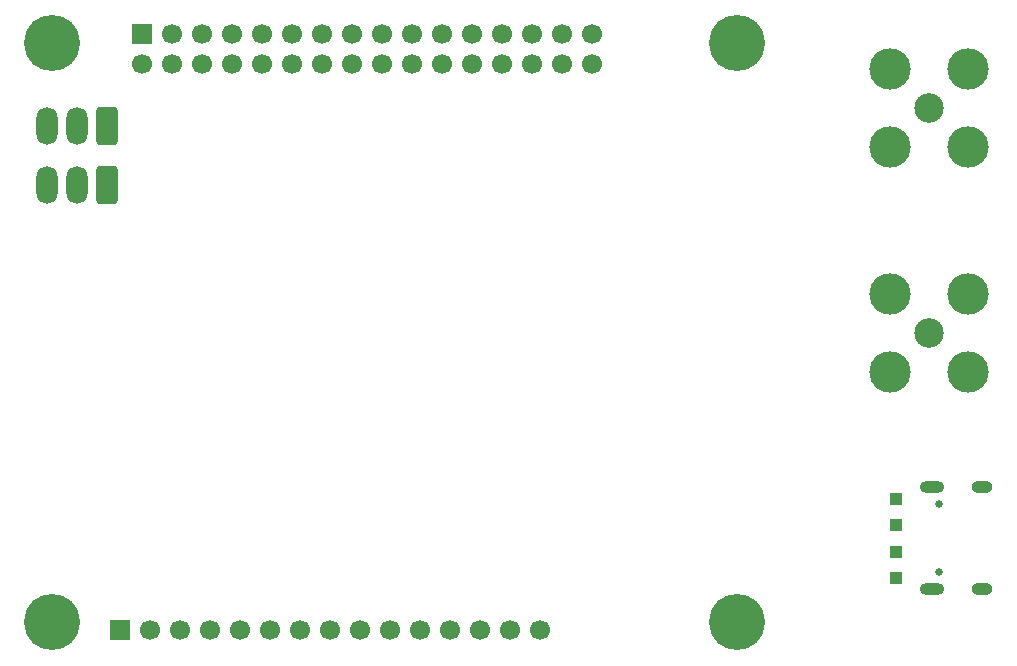
<source format=gbr>
%TF.GenerationSoftware,KiCad,Pcbnew,9.0.3*%
%TF.CreationDate,2025-10-02T12:34:45+05:30*%
%TF.ProjectId,pslab-mini,70736c61-622d-46d6-996e-692e6b696361,0.0.0*%
%TF.SameCoordinates,Original*%
%TF.FileFunction,Soldermask,Bot*%
%TF.FilePolarity,Negative*%
%FSLAX46Y46*%
G04 Gerber Fmt 4.6, Leading zero omitted, Abs format (unit mm)*
G04 Created by KiCad (PCBNEW 9.0.3) date 2025-10-02 12:34:45*
%MOMM*%
%LPD*%
G01*
G04 APERTURE LIST*
G04 Aperture macros list*
%AMRoundRect*
0 Rectangle with rounded corners*
0 $1 Rounding radius*
0 $2 $3 $4 $5 $6 $7 $8 $9 X,Y pos of 4 corners*
0 Add a 4 corners polygon primitive as box body*
4,1,4,$2,$3,$4,$5,$6,$7,$8,$9,$2,$3,0*
0 Add four circle primitives for the rounded corners*
1,1,$1+$1,$2,$3*
1,1,$1+$1,$4,$5*
1,1,$1+$1,$6,$7*
1,1,$1+$1,$8,$9*
0 Add four rect primitives between the rounded corners*
20,1,$1+$1,$2,$3,$4,$5,0*
20,1,$1+$1,$4,$5,$6,$7,0*
20,1,$1+$1,$6,$7,$8,$9,0*
20,1,$1+$1,$8,$9,$2,$3,0*%
G04 Aperture macros list end*
%ADD10C,2.500000*%
%ADD11C,3.500000*%
%ADD12C,0.650000*%
%ADD13O,2.100000X1.000000*%
%ADD14O,1.800000X1.000000*%
%ADD15C,4.750000*%
%ADD16R,1.700000X1.700000*%
%ADD17C,1.700000*%
%ADD18RoundRect,0.250000X0.650000X1.350000X-0.650000X1.350000X-0.650000X-1.350000X0.650000X-1.350000X0*%
%ADD19O,1.800000X3.200000*%
%ADD20R,1.000000X1.000000*%
G04 APERTURE END LIST*
D10*
%TO.C,J3*%
X157400000Y-81250000D03*
D11*
X160700000Y-84550000D03*
X160700000Y-77950000D03*
X154100000Y-84550000D03*
X154100000Y-77950000D03*
%TD*%
D12*
%TO.C,J1*%
X158195000Y-101540000D03*
X158195000Y-95760000D03*
D13*
X157675000Y-102970000D03*
D14*
X161875000Y-102970000D03*
D13*
X157675000Y-94330000D03*
D14*
X161875000Y-94330000D03*
%TD*%
D15*
%TO.C,MH2*%
X141150000Y-56750000D03*
%TD*%
%TO.C,MH1*%
X83150000Y-56750000D03*
%TD*%
%TO.C,MH4*%
X83150000Y-105750000D03*
%TD*%
D16*
%TO.C,J5*%
X90750000Y-56000000D03*
D17*
X90750000Y-58540000D03*
X93290000Y-56000000D03*
X93290000Y-58540000D03*
X95830000Y-56000000D03*
X95830000Y-58540000D03*
X98370000Y-56000000D03*
X98370000Y-58540000D03*
X100910000Y-56000000D03*
X100910000Y-58540000D03*
X103450000Y-56000000D03*
X103450000Y-58540000D03*
X105990000Y-56000000D03*
X105990000Y-58540000D03*
X108530000Y-56000000D03*
X108530000Y-58540000D03*
X111070000Y-56000000D03*
X111070000Y-58540000D03*
X113610000Y-56000000D03*
X113610000Y-58540000D03*
X116150000Y-56000000D03*
X116150000Y-58540000D03*
X118690000Y-56000000D03*
X118690000Y-58540000D03*
X121230000Y-56000000D03*
X121230000Y-58540000D03*
X123770000Y-56000000D03*
X123770000Y-58540000D03*
X126310000Y-56000000D03*
X126310000Y-58540000D03*
X128850000Y-56000000D03*
X128850000Y-58540000D03*
%TD*%
D18*
%TO.C,J7*%
X87750000Y-63750000D03*
D19*
X85210000Y-63750000D03*
X82670000Y-63750000D03*
D18*
X87750000Y-68750000D03*
D19*
X85210000Y-68750000D03*
X82670000Y-68750000D03*
%TD*%
D16*
%TO.C,J6*%
X88900000Y-106425000D03*
D17*
X91440000Y-106425000D03*
X93980000Y-106425000D03*
X96520000Y-106425000D03*
X99060000Y-106425000D03*
X101600000Y-106425000D03*
X104140000Y-106425000D03*
X106680000Y-106425000D03*
X109220000Y-106425000D03*
X111760000Y-106425000D03*
X114300000Y-106425000D03*
X116840000Y-106425000D03*
X119380000Y-106425000D03*
X121920000Y-106425000D03*
X124460000Y-106425000D03*
%TD*%
D15*
%TO.C,MH3*%
X141150000Y-105750000D03*
%TD*%
D10*
%TO.C,J4*%
X157400000Y-62250000D03*
D11*
X160700000Y-65550000D03*
X160700000Y-58950000D03*
X154100000Y-65550000D03*
X154100000Y-58950000D03*
%TD*%
D20*
%TO.C,TP2*%
X154600000Y-99800000D03*
%TD*%
%TO.C,TP4*%
X154600000Y-102000000D03*
%TD*%
%TO.C,TP3*%
X154600000Y-97500000D03*
%TD*%
%TO.C,TP9*%
X154600000Y-95300000D03*
%TD*%
M02*

</source>
